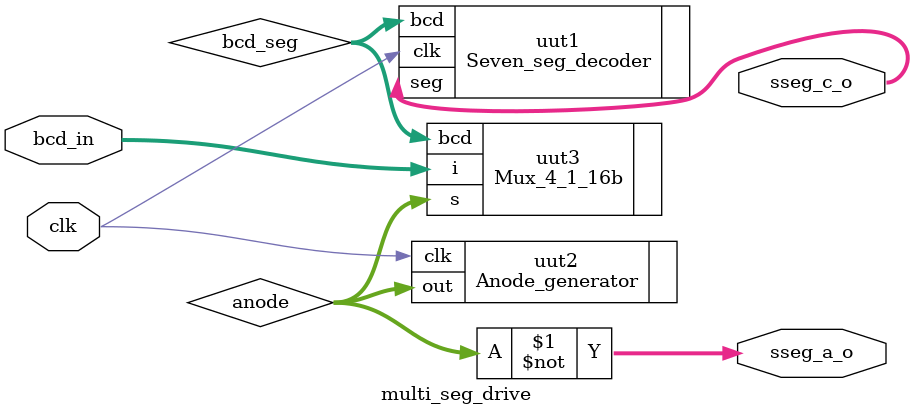
<source format=v>
`timescale 1ns / 1ps


module multi_seg_drive(
input clk,
input [15:0] bcd_in,
output [3:0] sseg_a_o,
output [6:0] sseg_c_o);

wire [6:0] sseg_o;
wire [3:0] bcd_seg;
wire [3:0] anode;

Seven_seg_decoder uut1(.clk(clk), .bcd(bcd_seg),.seg(sseg_c_o));

Anode_generator uut2 (.clk(clk),.out(anode));

Mux_4_1_16b uut3 (.i(bcd_in),.s(anode),.bcd(bcd_seg));

assign  sseg_a_o = ~anode;
//assign  sseg_c_o = sseg_c_o;
       
endmodule

</source>
